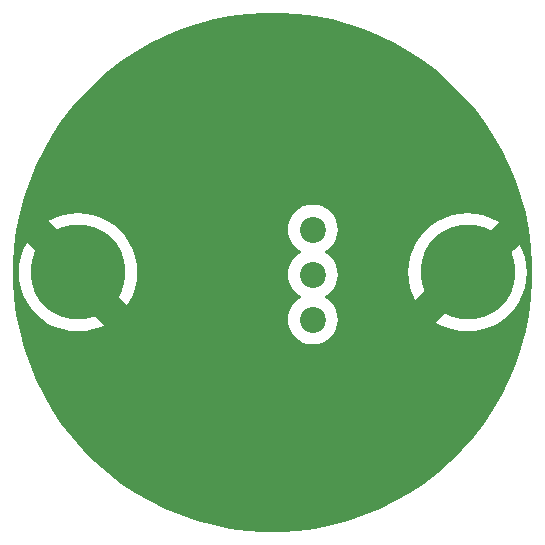
<source format=gtl>
G04*
G04 #@! TF.GenerationSoftware,Altium Limited,Altium Designer,20.1.8 (145)*
G04*
G04 Layer_Physical_Order=1*
G04 Layer_Color=255*
%FSTAX43Y43*%
%MOMM*%
G71*
G04*
G04 #@! TF.SameCoordinates,50862E5C-5C1C-4336-863E-61652BE41A98*
G04*
G04*
G04 #@! TF.FilePolarity,Positive*
G04*
G01*
G75*
%ADD14C,2.500*%
%ADD15C,2.200*%
%ADD16C,8.000*%
G36*
X0097157Y0096897D02*
X0098584Y0096709D01*
X0099996Y0096428D01*
X0101387Y0096055D01*
X010275Y0095593D01*
X0104081Y0095042D01*
X0105372Y0094405D01*
X0106619Y0093685D01*
X0107816Y0092885D01*
X0108958Y0092008D01*
X0110041Y0091059D01*
X0111059Y0090041D01*
X0112008Y0088958D01*
X0112885Y0087816D01*
X0113685Y0086619D01*
X0114405Y0085372D01*
X0115042Y0084081D01*
X0115593Y008275D01*
X0116055Y0081387D01*
X0116428Y0079996D01*
X0116709Y0078584D01*
X0116897Y0077157D01*
X0116991Y007572D01*
Y0075D01*
Y007428D01*
X0116897Y0072843D01*
X0116709Y0071416D01*
X0116428Y0070004D01*
X0116055Y0068613D01*
X0115593Y0067249D01*
X0115042Y0065919D01*
X0114405Y0064628D01*
X0113685Y0063381D01*
X0112885Y0062184D01*
X0112008Y0061042D01*
X0111059Y0059959D01*
X0110041Y0058941D01*
X0108958Y0057992D01*
X0107816Y0057115D01*
X0106619Y0056315D01*
X0105372Y0055595D01*
X0104081Y0054958D01*
X010275Y0054407D01*
X0101387Y0053945D01*
X0099996Y0053572D01*
X0098584Y0053291D01*
X0097157Y0053103D01*
X009572Y0053009D01*
X009428D01*
X0092843Y0053103D01*
X0091416Y0053291D01*
X0090004Y0053572D01*
X0088613Y0053945D01*
X008725Y0054407D01*
X0085919Y0054958D01*
X0084628Y0055595D01*
X0083381Y0056315D01*
X0082184Y0057115D01*
X0081042Y0057992D01*
X0079959Y0058941D01*
X0078941Y0059959D01*
X0077992Y0061042D01*
X0077115Y0062184D01*
X0076315Y0063381D01*
X0075595Y0064628D01*
X0074958Y0065919D01*
X0074407Y0067249D01*
X0073945Y0068613D01*
X0073572Y0070004D01*
X0073291Y0071416D01*
X0073103Y0072843D01*
X0073009Y007428D01*
Y0075D01*
Y007572D01*
X0073103Y0077157D01*
X0073291Y0078584D01*
X0073572Y0079996D01*
X0073945Y0081387D01*
X0074407Y008275D01*
X0074958Y0084081D01*
X0075595Y0085372D01*
X0076315Y0086619D01*
X0077115Y0087816D01*
X0077992Y0088958D01*
X0078941Y0090041D01*
X0079959Y0091059D01*
X0081042Y0092008D01*
X0082184Y0092885D01*
X0083381Y0093685D01*
X0084628Y0094405D01*
X0085919Y0095042D01*
X008725Y0095593D01*
X0088613Y0096055D01*
X0090004Y0096428D01*
X0091416Y0096709D01*
X0092843Y0096897D01*
X009428Y0096991D01*
X009572D01*
X0097157Y0096897D01*
D02*
G37*
%LPC*%
G36*
X01115Y0080011D02*
X0110846Y0079968D01*
X0110203Y007984D01*
X0109582Y0079629D01*
X0108995Y0079339D01*
X010845Y0078975D01*
X0107957Y0078543D01*
X0107525Y007805D01*
X0107161Y0077505D01*
X0106871Y0076918D01*
X010666Y0076297D01*
X0106532Y0075654D01*
X0106489Y0075D01*
X0106532Y0074346D01*
X010666Y0073703D01*
X0106871Y0073082D01*
X0107161Y0072495D01*
X0107525Y007195D01*
X0107957Y0071457D01*
X010845Y0071025D01*
X0108995Y0070661D01*
X0109582Y0070371D01*
X0110203Y007016D01*
X0110846Y0070032D01*
X01115Y0069989D01*
X0112154Y0070032D01*
X0112797Y007016D01*
X0113418Y0070371D01*
X0114005Y0070661D01*
X011455Y0071025D01*
X0115043Y0071457D01*
X0115475Y007195D01*
X0115839Y0072495D01*
X0116129Y0073082D01*
X011634Y0073703D01*
X0116468Y0074346D01*
X0116511Y0075D01*
X0116468Y0075654D01*
X011634Y0076297D01*
X0116129Y0076918D01*
X0115839Y0077505D01*
X0115475Y007805D01*
X0115043Y0078543D01*
X011455Y0078975D01*
X0114005Y0079339D01*
X0113418Y0079629D01*
X0112797Y007984D01*
X0112154Y0079968D01*
X01115Y0080011D01*
D02*
G37*
G36*
X00785D02*
X0077846Y0079968D01*
X0077203Y007984D01*
X0076582Y0079629D01*
X0075995Y0079339D01*
X007545Y0078975D01*
X0074957Y0078543D01*
X0074525Y007805D01*
X0074161Y0077505D01*
X0073871Y0076918D01*
X007366Y0076297D01*
X0073532Y0075654D01*
X0073489Y0075D01*
X0073532Y0074346D01*
X007366Y0073703D01*
X0073871Y0073082D01*
X0074161Y0072495D01*
X0074525Y007195D01*
X0074957Y0071457D01*
X007545Y0071025D01*
X0075995Y0070661D01*
X0076582Y0070371D01*
X0077203Y007016D01*
X0077846Y0070032D01*
X00785Y0069989D01*
X0079154Y0070032D01*
X0079797Y007016D01*
X0080418Y0070371D01*
X0081005Y0070661D01*
X008155Y0071025D01*
X0082043Y0071457D01*
X0082475Y007195D01*
X0082839Y0072495D01*
X0083129Y0073082D01*
X008334Y0073703D01*
X0083468Y0074346D01*
X0083511Y0075D01*
X0083468Y0075654D01*
X008334Y0076297D01*
X0083129Y0076918D01*
X0082839Y0077505D01*
X0082475Y007805D01*
X0082043Y0078543D01*
X008155Y0078975D01*
X0081005Y0079339D01*
X0080418Y0079629D01*
X0079797Y007984D01*
X0079154Y0079968D01*
X00785Y0080011D01*
D02*
G37*
G36*
X00984Y008073D02*
X0097988Y008069D01*
X0097592Y008057D01*
X0097228Y0080375D01*
X0096908Y0080112D01*
X0096645Y0079792D01*
X009645Y0079428D01*
X009633Y0079032D01*
X009629Y007862D01*
X009633Y0078208D01*
X009645Y0077812D01*
X0096645Y0077448D01*
X0096908Y0077128D01*
X0097228Y0076865D01*
X009739Y0076779D01*
Y0076651D01*
X0097228Y0076565D01*
X0096908Y0076302D01*
X0096645Y0075982D01*
X009645Y0075618D01*
X009633Y0075222D01*
X009629Y007481D01*
X009633Y0074398D01*
X009645Y0074002D01*
X0096645Y0073638D01*
X0096908Y0073318D01*
X0097228Y0073055D01*
X009739Y0072968D01*
Y0072841D01*
X0097228Y0072755D01*
X0096908Y0072492D01*
X0096645Y0072172D01*
X009645Y0071808D01*
X009633Y0071412D01*
X009629Y0071D01*
X009633Y0070588D01*
X009645Y0070192D01*
X0096645Y0069828D01*
X0096908Y0069508D01*
X0097228Y0069245D01*
X0097592Y006905D01*
X0097988Y006893D01*
X00984Y006889D01*
X0098812Y006893D01*
X0099208Y006905D01*
X0099572Y0069245D01*
X0099892Y0069508D01*
X0100155Y0069828D01*
X010035Y0070192D01*
X010047Y0070588D01*
X010051Y0071D01*
X010047Y0071412D01*
X010035Y0071808D01*
X0100155Y0072172D01*
X0099892Y0072492D01*
X0099572Y0072755D01*
X009941Y0072841D01*
Y0072968D01*
X0099572Y0073055D01*
X0099892Y0073318D01*
X0100155Y0073638D01*
X010035Y0074002D01*
X010047Y0074398D01*
X010051Y007481D01*
X010047Y0075222D01*
X010035Y0075618D01*
X0100155Y0075982D01*
X0099892Y0076302D01*
X0099572Y0076565D01*
X009941Y0076651D01*
Y0076779D01*
X0099572Y0076865D01*
X0099892Y0077128D01*
X0100155Y0077448D01*
X010035Y0077812D01*
X010047Y0078208D01*
X010051Y007862D01*
X010047Y0079032D01*
X010035Y0079428D01*
X0100155Y0079792D01*
X0099892Y0080112D01*
X0099572Y0080375D01*
X0099208Y008057D01*
X0098812Y008069D01*
X00984Y008073D01*
D02*
G37*
%LPD*%
D14*
X0111262Y0075D02*
X0111738D01*
X0115238Y00785D01*
X0107678Y0071416D02*
X0111262Y0075D01*
X0107678Y0071324D02*
Y0071416D01*
X0074824Y0078584D02*
X0074916D01*
X00785Y0075D01*
Y0074525D02*
X0082Y0071025D01*
X00785Y0074525D02*
Y0075D01*
D15*
X00984Y007862D02*
D03*
Y007481D02*
D03*
Y0071D02*
D03*
D16*
X01115Y0075D02*
D03*
X00785D02*
D03*
M02*

</source>
